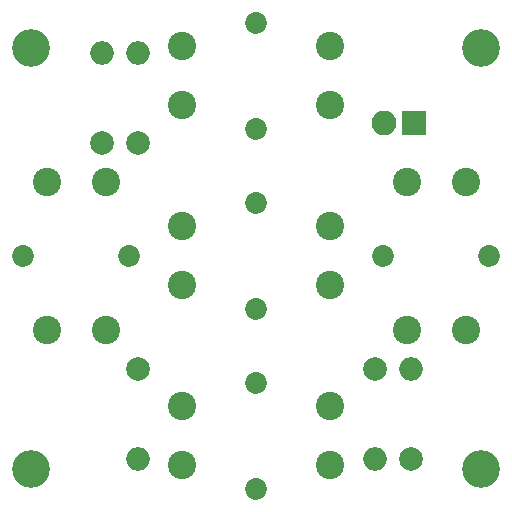
<source format=gbr>
G04 #@! TF.GenerationSoftware,KiCad,Pcbnew,(5.0.0-3-g5ebb6b6)*
G04 #@! TF.CreationDate,2018-08-14T19:07:29+02:00*
G04 #@! TF.ProjectId,TecladoEB,5465636C61646F45422E6B696361645F,rev?*
G04 #@! TF.SameCoordinates,Original*
G04 #@! TF.FileFunction,Soldermask,Bot*
G04 #@! TF.FilePolarity,Negative*
%FSLAX46Y46*%
G04 Gerber Fmt 4.6, Leading zero omitted, Abs format (unit mm)*
G04 Created by KiCad (PCBNEW (5.0.0-3-g5ebb6b6)) date Tuesday, 14 August 2018 at 19:07:29*
%MOMM*%
%LPD*%
G01*
G04 APERTURE LIST*
%ADD10C,3.199800*%
%ADD11C,1.850200*%
%ADD12C,2.400000*%
%ADD13C,2.000000*%
%ADD14O,2.000000X2.000000*%
%ADD15R,2.100000X2.100000*%
%ADD16O,2.100000X2.100000*%
G04 APERTURE END LIST*
D10*
G04 #@! TO.C,REF\002A\002A*
X105080000Y-105600000D03*
G04 #@! TD*
G04 #@! TO.C,REF\002A\002A*
X143180000Y-105600000D03*
G04 #@! TD*
G04 #@! TO.C,REF\002A\002A*
X143180000Y-141220000D03*
G04 #@! TD*
G04 #@! TO.C,REF\002A\002A*
X105080000Y-141220000D03*
G04 #@! TD*
D11*
G04 #@! TO.C,S1*
X124130000Y-112410000D03*
X124130000Y-103410000D03*
D12*
X117880000Y-105410000D03*
X130380000Y-105410000D03*
X117880000Y-110410000D03*
X130380000Y-110410000D03*
G04 #@! TD*
D11*
G04 #@! TO.C,S2*
X113390000Y-123150000D03*
X104390000Y-123150000D03*
D12*
X106390000Y-129400000D03*
X106390000Y-116900000D03*
X111390000Y-129400000D03*
X111390000Y-116900000D03*
G04 #@! TD*
D11*
G04 #@! TO.C,S3*
X124130000Y-133890000D03*
X124130000Y-142890000D03*
D12*
X130380000Y-140890000D03*
X117880000Y-140890000D03*
X130380000Y-135890000D03*
X117880000Y-135890000D03*
G04 #@! TD*
D11*
G04 #@! TO.C,S4*
X134870000Y-123150000D03*
X143870000Y-123150000D03*
D12*
X141870000Y-116900000D03*
X141870000Y-129400000D03*
X136870000Y-116900000D03*
X136870000Y-129400000D03*
G04 #@! TD*
D11*
G04 #@! TO.C,S5*
X124130000Y-127650000D03*
X124130000Y-118650000D03*
D12*
X117880000Y-120650000D03*
X130380000Y-120650000D03*
X117880000Y-125650000D03*
X130380000Y-125650000D03*
G04 #@! TD*
D13*
G04 #@! TO.C,R1*
X114097000Y-113589000D03*
D14*
X114097000Y-105969000D03*
G04 #@! TD*
D13*
G04 #@! TO.C,R2*
X111049000Y-113589000D03*
D14*
X111049000Y-105969000D03*
G04 #@! TD*
G04 #@! TO.C,R3*
X114097000Y-140331000D03*
D13*
X114097000Y-132711000D03*
G04 #@! TD*
G04 #@! TO.C,R4*
X137211000Y-140331000D03*
D14*
X137211000Y-132711000D03*
G04 #@! TD*
G04 #@! TO.C,R5*
X134163000Y-140331000D03*
D13*
X134163000Y-132711000D03*
G04 #@! TD*
D15*
G04 #@! TO.C,J1*
X137465000Y-111908400D03*
D16*
X134925000Y-111908400D03*
G04 #@! TD*
M02*

</source>
